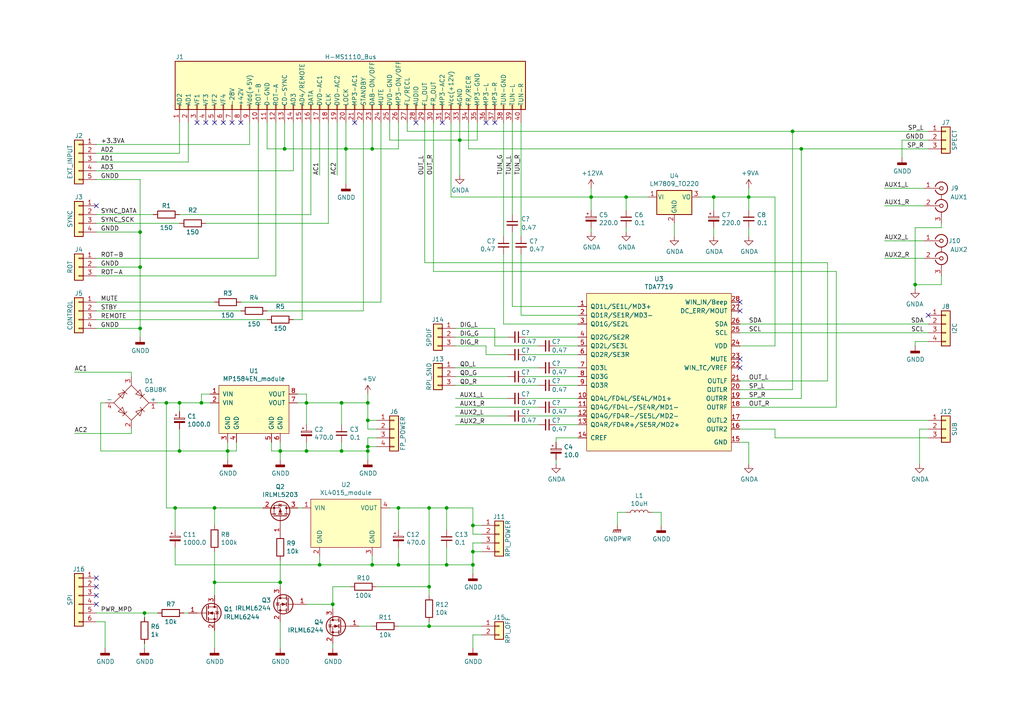
<source format=kicad_sch>
(kicad_sch (version 20230121) (generator eeschema)
  (paper "A4")
  (junction (at 40.64 77.47))
  (junction (at 40.64 95.25))
  (junction (at 106.68 129.54))
  (junction (at 115.57 147.32))
  (junction (at 50.8 147.32))
  (junction (at 88.9 130.81))
  (junction (at 133.35 40.64))
  (junction (at 40.64 67.31))
  (junction (at 207.01 57.15))
  (junction (at 81.28 130.81))
  (junction (at 124.46 170.18))
  (junction (at 52.07 130.81))
  (junction (at 129.54 163.83))
  (junction (at 171.45 57.15))
  (junction (at 66.04 130.81))
  (junction (at 62.23 147.32))
  (junction (at 107.95 43.18))
  (junction (at 265.43 82.55))
  (junction (at 137.16 163.83))
  (junction (at 137.16 160.02))
  (junction (at 92.71 163.83))
  (junction (at 107.95 163.83))
  (junction (at 99.06 116.84))
  (junction (at 129.54 147.32))
  (junction (at 181.61 57.15))
  (junction (at 124.46 147.32))
  (junction (at 96.52 175.26))
  (junction (at 217.17 57.15))
  (junction (at 41.91 177.8))
  (junction (at 58.42 116.84))
  (junction (at 99.06 130.81))
  (junction (at 106.68 130.81))
  (junction (at 137.16 152.4))
  (junction (at 115.57 163.83))
  (junction (at 48.26 116.84))
  (junction (at 62.23 168.91))
  (junction (at 229.87 38.1))
  (junction (at 88.9 116.84))
  (junction (at 82.55 43.18))
  (junction (at 52.07 116.84))
  (junction (at 124.46 181.61))
  (junction (at 106.68 121.92))
  (junction (at 81.28 168.91))
  (junction (at 232.41 43.18))
  (junction (at 106.68 116.84))
  (junction (at 100.33 43.18))
  (no_connect (at 67.31 35.56))
  (no_connect (at 27.94 175.26))
  (no_connect (at 62.23 35.56))
  (no_connect (at 27.94 170.18))
  (no_connect (at 143.51 35.56))
  (no_connect (at 140.97 35.56))
  (no_connect (at 27.94 172.72))
  (no_connect (at 214.63 90.17))
  (no_connect (at 128.27 35.56))
  (no_connect (at 120.65 35.56))
  (no_connect (at 269.24 91.44))
  (no_connect (at 214.63 104.14))
  (no_connect (at 64.77 35.56))
  (no_connect (at 27.94 59.69))
  (no_connect (at 59.69 35.56))
  (no_connect (at 102.87 35.56))
  (no_connect (at 27.94 167.64))
  (no_connect (at 214.63 87.63))
  (no_connect (at 57.15 35.56))
  (no_connect (at 214.63 106.68))
  (no_connect (at 69.85 35.56))
  (wire (pts (xy 100.33 43.18) (xy 82.55 43.18)))
  (wire (pts (xy 109.22 129.54) (xy 106.68 129.54)))
  (wire (pts (xy 99.06 116.84) (xy 106.68 116.84)))
  (wire (pts (xy 27.94 64.77) (xy 52.07 64.77)))
  (wire (pts (xy 191.77 152.4) (xy 191.77 148.59)))
  (wire (pts (xy 41.91 187.96) (xy 41.91 186.69)))
  (wire (pts (xy 181.61 67.31) (xy 181.61 66.04)))
  (wire (pts (xy 81.28 170.18) (xy 81.28 168.91)))
  (wire (pts (xy 52.07 116.84) (xy 48.26 116.84)))
  (wire (pts (xy 96.52 170.18) (xy 96.52 175.26)))
  (wire (pts (xy 88.9 128.27) (xy 88.9 130.81)))
  (wire (pts (xy 132.08 97.79) (xy 147.32 97.79)))
  (wire (pts (xy 143.51 100.33) (xy 143.51 95.25)))
  (wire (pts (xy 106.68 114.3) (xy 106.68 116.84)))
  (wire (pts (xy 129.54 147.32) (xy 129.54 153.67)))
  (wire (pts (xy 41.91 177.8) (xy 41.91 179.07)))
  (wire (pts (xy 140.97 102.87) (xy 147.32 102.87)))
  (wire (pts (xy 267.97 59.69) (xy 256.54 59.69)))
  (wire (pts (xy 161.29 106.68) (xy 167.64 106.68)))
  (wire (pts (xy 30.48 180.34) (xy 27.94 180.34)))
  (wire (pts (xy 129.54 163.83) (xy 137.16 163.83)))
  (wire (pts (xy 267.97 74.93) (xy 256.54 74.93)))
  (wire (pts (xy 214.63 110.49) (xy 240.03 110.49)))
  (wire (pts (xy 38.1 124.46) (xy 38.1 125.73)))
  (wire (pts (xy 27.94 46.99) (xy 54.61 46.99)))
  (wire (pts (xy 148.59 35.56) (xy 148.59 62.23)))
  (wire (pts (xy 115.57 147.32) (xy 115.57 153.67)))
  (wire (pts (xy 52.07 62.23) (xy 90.17 62.23)))
  (wire (pts (xy 105.41 35.56) (xy 105.41 90.17)))
  (wire (pts (xy 27.94 49.53) (xy 85.09 49.53)))
  (wire (pts (xy 78.74 128.27) (xy 78.74 130.81)))
  (wire (pts (xy 132.08 106.68) (xy 156.21 106.68)))
  (wire (pts (xy 214.63 118.11) (xy 242.57 118.11)))
  (wire (pts (xy 151.13 91.44) (xy 167.64 91.44)))
  (wire (pts (xy 62.23 168.91) (xy 62.23 160.02)))
  (wire (pts (xy 74.93 74.93) (xy 74.93 35.56)))
  (wire (pts (xy 152.4 102.87) (xy 167.64 102.87)))
  (wire (pts (xy 86.36 114.3) (xy 88.9 114.3)))
  (wire (pts (xy 273.05 66.04) (xy 265.43 66.04)))
  (wire (pts (xy 27.94 80.01) (xy 80.01 80.01)))
  (wire (pts (xy 68.58 130.81) (xy 66.04 130.81)))
  (wire (pts (xy 106.68 116.84) (xy 106.68 121.92)))
  (wire (pts (xy 106.68 127) (xy 106.68 129.54)))
  (wire (pts (xy 207.01 60.96) (xy 207.01 57.15)))
  (wire (pts (xy 97.79 35.56) (xy 97.79 50.8)))
  (wire (pts (xy 106.68 129.54) (xy 106.68 130.81)))
  (wire (pts (xy 48.26 147.32) (xy 50.8 147.32)))
  (wire (pts (xy 72.39 41.91) (xy 27.94 41.91)))
  (wire (pts (xy 139.7 152.4) (xy 137.16 152.4)))
  (wire (pts (xy 242.57 78.74) (xy 125.73 78.74)))
  (wire (pts (xy 27.94 52.07) (xy 40.64 52.07)))
  (wire (pts (xy 217.17 128.27) (xy 214.63 128.27)))
  (wire (pts (xy 124.46 147.32) (xy 129.54 147.32)))
  (wire (pts (xy 214.63 121.92) (xy 269.24 121.92)))
  (wire (pts (xy 138.43 40.64) (xy 138.43 35.56)))
  (wire (pts (xy 113.03 40.64) (xy 113.03 35.56)))
  (wire (pts (xy 107.95 181.61) (xy 104.14 181.61)))
  (wire (pts (xy 88.9 130.81) (xy 99.06 130.81)))
  (wire (pts (xy 214.63 100.33) (xy 224.79 100.33)))
  (wire (pts (xy 161.29 134.62) (xy 161.29 133.35)))
  (wire (pts (xy 151.13 35.56) (xy 151.13 68.58)))
  (wire (pts (xy 152.4 115.57) (xy 167.64 115.57)))
  (wire (pts (xy 224.79 57.15) (xy 224.79 100.33)))
  (wire (pts (xy 217.17 68.58) (xy 217.17 66.04)))
  (wire (pts (xy 129.54 158.75) (xy 129.54 163.83)))
  (wire (pts (xy 191.77 148.59) (xy 189.23 148.59)))
  (wire (pts (xy 113.03 147.32) (xy 115.57 147.32)))
  (wire (pts (xy 40.64 67.31) (xy 40.64 52.07)))
  (wire (pts (xy 101.6 170.18) (xy 96.52 170.18)))
  (wire (pts (xy 224.79 124.46) (xy 214.63 124.46)))
  (wire (pts (xy 66.04 128.27) (xy 66.04 130.81)))
  (wire (pts (xy 181.61 57.15) (xy 187.96 57.15)))
  (wire (pts (xy 60.96 114.3) (xy 58.42 114.3)))
  (wire (pts (xy 106.68 124.46) (xy 106.68 121.92)))
  (wire (pts (xy 27.94 177.8) (xy 41.91 177.8)))
  (wire (pts (xy 132.08 120.65) (xy 147.32 120.65)))
  (wire (pts (xy 171.45 57.15) (xy 181.61 57.15)))
  (wire (pts (xy 107.95 163.83) (xy 107.95 161.29)))
  (wire (pts (xy 273.05 82.55) (xy 273.05 80.01)))
  (wire (pts (xy 132.08 115.57) (xy 147.32 115.57)))
  (wire (pts (xy 40.64 95.25) (xy 40.64 97.79)))
  (wire (pts (xy 92.71 161.29) (xy 92.71 163.83)))
  (wire (pts (xy 151.13 73.66) (xy 151.13 91.44)))
  (wire (pts (xy 143.51 95.25) (xy 132.08 95.25)))
  (wire (pts (xy 27.94 92.71) (xy 77.47 92.71)))
  (wire (pts (xy 240.03 76.2) (xy 240.03 110.49)))
  (wire (pts (xy 87.63 35.56) (xy 87.63 92.71)))
  (wire (pts (xy 161.29 111.76) (xy 167.64 111.76)))
  (wire (pts (xy 92.71 163.83) (xy 107.95 163.83)))
  (wire (pts (xy 27.94 74.93) (xy 74.93 74.93)))
  (wire (pts (xy 181.61 60.96) (xy 181.61 57.15)))
  (wire (pts (xy 214.63 113.03) (xy 229.87 113.03)))
  (wire (pts (xy 137.16 160.02) (xy 137.16 163.83)))
  (wire (pts (xy 40.64 77.47) (xy 40.64 95.25)))
  (wire (pts (xy 267.97 54.61) (xy 256.54 54.61)))
  (wire (pts (xy 269.24 127) (xy 224.79 127)))
  (wire (pts (xy 87.63 147.32) (xy 86.36 147.32)))
  (wire (pts (xy 50.8 158.75) (xy 50.8 163.83)))
  (wire (pts (xy 54.61 46.99) (xy 54.61 35.56)))
  (wire (pts (xy 50.8 153.67) (xy 50.8 147.32)))
  (wire (pts (xy 265.43 66.04) (xy 265.43 82.55)))
  (wire (pts (xy 133.35 50.8) (xy 133.35 40.64)))
  (wire (pts (xy 77.47 35.56) (xy 77.47 43.18)))
  (wire (pts (xy 217.17 54.61) (xy 217.17 57.15)))
  (wire (pts (xy 171.45 60.96) (xy 171.45 57.15)))
  (wire (pts (xy 107.95 43.18) (xy 100.33 43.18)))
  (wire (pts (xy 109.22 121.92) (xy 106.68 121.92)))
  (wire (pts (xy 265.43 82.55) (xy 273.05 82.55)))
  (wire (pts (xy 132.08 118.11) (xy 156.21 118.11)))
  (wire (pts (xy 124.46 172.72) (xy 124.46 170.18)))
  (wire (pts (xy 52.07 119.38) (xy 52.07 116.84)))
  (wire (pts (xy 59.69 64.77) (xy 95.25 64.77)))
  (wire (pts (xy 214.63 96.52) (xy 269.24 96.52)))
  (wire (pts (xy 214.63 93.98) (xy 269.24 93.98)))
  (wire (pts (xy 148.59 88.9) (xy 167.64 88.9)))
  (wire (pts (xy 137.16 154.94) (xy 137.16 152.4)))
  (wire (pts (xy 88.9 116.84) (xy 88.9 123.19)))
  (wire (pts (xy 29.21 116.84) (xy 29.21 130.81)))
  (wire (pts (xy 146.05 35.56) (xy 146.05 68.58)))
  (wire (pts (xy 77.47 90.17) (xy 105.41 90.17)))
  (wire (pts (xy 85.09 92.71) (xy 87.63 92.71)))
  (wire (pts (xy 96.52 175.26) (xy 88.9 175.26)))
  (wire (pts (xy 100.33 53.34) (xy 100.33 43.18)))
  (wire (pts (xy 30.48 180.34) (xy 30.48 187.96)))
  (wire (pts (xy 27.94 95.25) (xy 40.64 95.25)))
  (wire (pts (xy 58.42 114.3) (xy 58.42 116.84)))
  (wire (pts (xy 99.06 128.27) (xy 99.06 130.81)))
  (wire (pts (xy 132.08 111.76) (xy 156.21 111.76)))
  (wire (pts (xy 146.05 93.98) (xy 167.64 93.98)))
  (wire (pts (xy 27.94 62.23) (xy 44.45 62.23)))
  (wire (pts (xy 95.25 64.77) (xy 95.25 35.56)))
  (wire (pts (xy 161.29 123.19) (xy 167.64 123.19)))
  (wire (pts (xy 52.07 116.84) (xy 58.42 116.84)))
  (wire (pts (xy 152.4 109.22) (xy 167.64 109.22)))
  (wire (pts (xy 217.17 57.15) (xy 207.01 57.15)))
  (wire (pts (xy 81.28 187.96) (xy 81.28 180.34)))
  (wire (pts (xy 167.64 127) (xy 161.29 127)))
  (wire (pts (xy 130.81 35.56) (xy 130.81 57.15)))
  (wire (pts (xy 242.57 118.11) (xy 242.57 78.74)))
  (wire (pts (xy 161.29 118.11) (xy 167.64 118.11)))
  (wire (pts (xy 138.43 40.64) (xy 133.35 40.64)))
  (wire (pts (xy 115.57 35.56) (xy 115.57 43.18)))
  (wire (pts (xy 265.43 99.06) (xy 265.43 100.33)))
  (wire (pts (xy 50.8 147.32) (xy 62.23 147.32)))
  (wire (pts (xy 269.24 40.64) (xy 261.62 40.64)))
  (wire (pts (xy 118.11 38.1) (xy 229.87 38.1)))
  (wire (pts (xy 80.01 80.01) (xy 80.01 35.56)))
  (wire (pts (xy 139.7 154.94) (xy 137.16 154.94)))
  (wire (pts (xy 100.33 35.56) (xy 100.33 43.18)))
  (wire (pts (xy 132.08 123.19) (xy 156.21 123.19)))
  (wire (pts (xy 62.23 187.96) (xy 62.23 182.88)))
  (wire (pts (xy 96.52 187.96) (xy 96.52 186.69)))
  (wire (pts (xy 62.23 152.4) (xy 62.23 147.32)))
  (wire (pts (xy 72.39 35.56) (xy 72.39 41.91)))
  (wire (pts (xy 124.46 181.61) (xy 124.46 180.34)))
  (wire (pts (xy 38.1 109.22) (xy 38.1 107.95)))
  (wire (pts (xy 76.2 147.32) (xy 62.23 147.32)))
  (wire (pts (xy 125.73 35.56) (xy 125.73 78.74)))
  (wire (pts (xy 52.07 44.45) (xy 52.07 35.56)))
  (wire (pts (xy 171.45 67.31) (xy 171.45 66.04)))
  (wire (pts (xy 217.17 57.15) (xy 217.17 60.96)))
  (wire (pts (xy 50.8 163.83) (xy 92.71 163.83)))
  (wire (pts (xy 167.64 100.33) (xy 161.29 100.33)))
  (wire (pts (xy 179.07 148.59) (xy 179.07 152.4)))
  (wire (pts (xy 53.34 177.8) (xy 54.61 177.8)))
  (wire (pts (xy 81.28 130.81) (xy 81.28 128.27)))
  (wire (pts (xy 29.21 116.84) (xy 30.48 116.84)))
  (wire (pts (xy 81.28 168.91) (xy 62.23 168.91)))
  (wire (pts (xy 266.7 124.46) (xy 266.7 134.62)))
  (wire (pts (xy 269.24 99.06) (xy 265.43 99.06)))
  (wire (pts (xy 267.97 69.85) (xy 256.54 69.85)))
  (wire (pts (xy 88.9 116.84) (xy 99.06 116.84)))
  (wire (pts (xy 88.9 114.3) (xy 88.9 116.84)))
  (wire (pts (xy 106.68 130.81) (xy 106.68 133.35)))
  (wire (pts (xy 69.85 87.63) (xy 110.49 87.63)))
  (wire (pts (xy 224.79 127) (xy 224.79 124.46)))
  (wire (pts (xy 224.79 57.15) (xy 217.17 57.15)))
  (wire (pts (xy 107.95 163.83) (xy 115.57 163.83)))
  (wire (pts (xy 115.57 43.18) (xy 107.95 43.18)))
  (wire (pts (xy 152.4 97.79) (xy 167.64 97.79)))
  (wire (pts (xy 261.62 40.64) (xy 261.62 45.72)))
  (wire (pts (xy 99.06 130.81) (xy 106.68 130.81)))
  (wire (pts (xy 148.59 67.31) (xy 148.59 88.9)))
  (wire (pts (xy 123.19 35.56) (xy 123.19 76.2)))
  (wire (pts (xy 214.63 115.57) (xy 232.41 115.57)))
  (wire (pts (xy 132.08 100.33) (xy 140.97 100.33)))
  (wire (pts (xy 229.87 38.1) (xy 269.24 38.1)))
  (wire (pts (xy 68.58 128.27) (xy 68.58 130.81)))
  (wire (pts (xy 152.4 120.65) (xy 167.64 120.65)))
  (wire (pts (xy 135.89 43.18) (xy 135.89 35.56)))
  (wire (pts (xy 273.05 66.04) (xy 273.05 64.77)))
  (wire (pts (xy 207.01 57.15) (xy 203.2 57.15)))
  (wire (pts (xy 109.22 170.18) (xy 124.46 170.18)))
  (wire (pts (xy 269.24 124.46) (xy 266.7 124.46)))
  (wire (pts (xy 171.45 54.61) (xy 171.45 57.15)))
  (wire (pts (xy 207.01 66.04) (xy 207.01 68.58)))
  (wire (pts (xy 92.71 35.56) (xy 92.71 50.8)))
  (wire (pts (xy 181.61 148.59) (xy 179.07 148.59)))
  (wire (pts (xy 82.55 35.56) (xy 82.55 43.18)))
  (wire (pts (xy 124.46 170.18) (xy 124.46 147.32)))
  (wire (pts (xy 99.06 116.84) (xy 99.06 123.19)))
  (wire (pts (xy 45.72 177.8) (xy 41.91 177.8)))
  (wire (pts (xy 81.28 162.56) (xy 81.28 168.91)))
  (wire (pts (xy 27.94 44.45) (xy 52.07 44.45)))
  (wire (pts (xy 140.97 100.33) (xy 140.97 102.87)))
  (wire (pts (xy 96.52 176.53) (xy 96.52 175.26)))
  (wire (pts (xy 115.57 181.61) (xy 124.46 181.61)))
  (wire (pts (xy 232.41 115.57) (xy 232.41 43.18)))
  (wire (pts (xy 66.04 133.35) (xy 66.04 130.81)))
  (wire (pts (xy 62.23 168.91) (xy 62.23 172.72)))
  (wire (pts (xy 85.09 49.53) (xy 85.09 35.56)))
  (wire (pts (xy 38.1 125.73) (xy 21.59 125.73)))
  (wire (pts (xy 58.42 116.84) (xy 60.96 116.84)))
  (wire (pts (xy 156.21 100.33) (xy 143.51 100.33)))
  (wire (pts (xy 135.89 43.18) (xy 232.41 43.18)))
  (wire (pts (xy 161.29 127) (xy 161.29 128.27)))
  (wire (pts (xy 139.7 157.48) (xy 137.16 157.48)))
  (wire (pts (xy 90.17 62.23) (xy 90.17 35.56)))
  (wire (pts (xy 81.28 130.81) (xy 88.9 130.81)))
  (wire (pts (xy 78.74 130.81) (xy 81.28 130.81)))
  (wire (pts (xy 115.57 163.83) (xy 129.54 163.83)))
  (wire (pts (xy 107.95 35.56) (xy 107.95 43.18)))
  (wire (pts (xy 38.1 107.95) (xy 21.59 107.95)))
  (wire (pts (xy 146.05 73.66) (xy 146.05 93.98)))
  (wire (pts (xy 115.57 158.75) (xy 115.57 163.83)))
  (wire (pts (xy 265.43 83.82) (xy 265.43 82.55)))
  (wire (pts (xy 48.26 116.84) (xy 45.72 116.84)))
  (wire (pts (xy 52.07 130.81) (xy 66.04 130.81)))
  (wire (pts (xy 110.49 35.56) (xy 110.49 87.63)))
  (wire (pts (xy 132.08 109.22) (xy 147.32 109.22)))
  (wire (pts (xy 82.55 43.18) (xy 77.47 43.18)))
  (wire (pts (xy 27.94 77.47) (xy 40.64 77.47)))
  (wire (pts (xy 81.28 133.35) (xy 81.28 130.81)))
  (wire (pts (xy 133.35 40.64) (xy 113.03 40.64)))
  (wire (pts (xy 27.94 87.63) (xy 62.23 87.63)))
  (wire (pts (xy 48.26 116.84) (xy 48.26 147.32)))
  (wire (pts (xy 229.87 113.03) (xy 229.87 38.1)))
  (wire (pts (xy 232.41 43.18) (xy 269.24 43.18)))
  (wire (pts (xy 130.81 57.15) (xy 171.45 57.15)))
  (wire (pts (xy 123.19 76.2) (xy 240.03 76.2)))
  (wire (pts (xy 217.17 134.62) (xy 217.17 128.27)))
  (wire (pts (xy 195.58 68.58) (xy 195.58 64.77)))
  (wire (pts (xy 137.16 147.32) (xy 137.16 152.4)))
  (wire (pts (xy 86.36 116.84) (xy 88.9 116.84)))
  (wire (pts (xy 109.22 124.46) (xy 106.68 124.46)))
  (wire (pts (xy 27.94 90.17) (xy 69.85 90.17)))
  (wire (pts (xy 139.7 181.61) (xy 124.46 181.61)))
  (wire (pts (xy 137.16 163.83) (xy 137.16 166.37)))
  (wire (pts (xy 133.35 40.64) (xy 133.35 35.56)))
  (wire (pts (xy 109.22 127) (xy 106.68 127)))
  (wire (pts (xy 129.54 147.32) (xy 137.16 147.32)))
  (wire (pts (xy 40.64 67.31) (xy 40.64 77.47)))
  (wire (pts (xy 137.16 187.96) (xy 137.16 184.15)))
  (wire (pts (xy 139.7 160.02) (xy 137.16 160.02)))
  (wire (pts (xy 115.57 147.32) (xy 124.46 147.32)))
  (wire (pts (xy 137.16 157.48) (xy 137.16 160.02)))
  (wire (pts (xy 118.11 38.1) (xy 118.11 35.56)))
  (wire (pts (xy 29.21 130.81) (xy 52.07 130.81)))
  (wire (pts (xy 52.07 124.46) (xy 52.07 130.81)))
  (wire (pts (xy 40.64 67.31) (xy 27.94 67.31)))
  (wire (pts (xy 137.16 184.15) (xy 139.7 184.15)))
  (label "QD_R" (at 133.35 111.76 0))
  (label "OUT_L" (at 123.19 50.8 90))
  (label "QD_G" (at 133.35 109.22 0))
  (label "SYNC_SCK" (at 29.21 64.77 0))
  (label "AUX1_L" (at 256.54 54.61 0))
  (label "AC1" (at 21.59 107.95 0))
  (label "SP_R" (at 267.97 43.18 180))
  (label "SCL" (at 217.17 96.52 0))
  (label "OUT_R" (at 125.73 50.8 90))
  (label "TUN_L" (at 148.59 50.8 90))
  (label "AUX2_L" (at 256.54 69.85 0))
  (label "REMOTE" (at 29.21 92.71 0))
  (label "ROT-B" (at 29.21 74.93 0))
  (label "AC1" (at 92.71 50.8 90))
  (label "SP_L" (at 267.97 38.1 180))
  (label "DIG_G" (at 133.35 97.79 0))
  (label "TUN_R" (at 151.13 50.8 90))
  (label "AUX2_R" (at 133.35 123.19 0))
  (label "TUN_G" (at 146.05 50.8 90))
  (label "STBY" (at 29.21 90.17 0))
  (label "OUT_L" (at 217.17 110.49 0))
  (label "PWR_MPD" (at 29.21 177.8 0))
  (label "SCL" (at 267.97 96.52 180))
  (label "QD_L" (at 133.35 106.68 0))
  (label "AD2" (at 29.21 44.45 0))
  (label "AUX1_R" (at 133.35 118.11 0))
  (label "GNDD" (at 29.21 77.47 0))
  (label "SDA" (at 267.97 93.98 180))
  (label "SYNC_DATA" (at 29.21 62.23 0))
  (label "AD1" (at 29.21 46.99 0))
  (label "SDA" (at 217.17 93.98 0))
  (label "GNDD" (at 29.21 52.07 0))
  (label "DIG_L" (at 133.35 95.25 0))
  (label "+3.3VA" (at 29.21 41.91 0))
  (label "OUT_R" (at 217.17 118.11 0))
  (label "AD3" (at 29.21 49.53 0))
  (label "AC2" (at 21.59 125.73 0))
  (label "AUX2_R" (at 256.54 74.93 0))
  (label "AUX1_R" (at 256.54 59.69 0))
  (label "GNDD" (at 29.21 67.31 0))
  (label "AUX1_L" (at 133.35 115.57 0))
  (label "GNDD" (at 267.97 40.64 180))
  (label "SP_R" (at 217.17 115.57 0))
  (label "MUTE" (at 29.21 87.63 0))
  (label "SP_L" (at 217.17 113.03 0))
  (label "DIG_R" (at 133.35 100.33 0))
  (label "AUX2_L" (at 133.35 120.65 0))
  (label "ROT-A" (at 29.21 80.01 0))
  (label "GNDD" (at 29.21 95.25 0))
  (label "AC2" (at 97.79 50.8 90))
  (symbol (lib_id "Connector_Generic:Conn_01x04") (at 274.32 93.98 0) (unit 1)
    (property "Reference" "J8" (at 274.32 88.9 0))
    (property "Value" "I2C" (at 276.86 95.25 90))
    (property "Footprint" "Connector_JST:JST_EH_B4B-EH-A_1x04_P2.50mm_Vertical" (effects hide))
  )
  (symbol (lib_id "power:GNDD") (at 265.43 100.33 0) (unit 1)
    (property "Reference" "#PWR0101" (effects hide))
    (property "Value" "GNDD" (at 265.5316 104.267 0))
  )
  (symbol (lib_id "h-ms1110:TDA7719") (at 191.77 109.22 0) (unit 1)
    (property "Reference" "U3" (at 191.135 80.899 0))
    (property "Value" "TDA7719" (at 191.135 83.2104 0))
    (property "Footprint" "Package_SO:TSSOP-28_4.4x9.7mm_P0.65mm" (effects hide))
  )
  (symbol (lib_id "power:GNDA") (at 217.17 134.62 0) (unit 1)
    (property "Reference" "#PWR0102" (effects hide))
    (property "Value" "GNDA" (at 217.297 139.0142 0))
  )
  (symbol (lib_id "Connector_Generic:Conn_01x05") (at 22.86 46.99 0) (mirror y) (unit 1)
    (property "Reference" "J2" (at 22.86 39.37 0))
    (property "Value" "EXT_INPUT" (at 20.32 46.99 90))
    (property "Footprint" "Connector_JST:JST_EH_B5B-EH-A_1x05_P2.50mm_Vertical" (effects hide))
  )
  (symbol (lib_id "Connector_Generic:Conn_01x04") (at 22.86 62.23 0) (mirror y) (unit 1)
    (property "Reference" "J3" (at 22.86 57.15 0))
    (property "Value" "SYNC" (at 20.32 63.5 90))
    (property "Footprint" "Connector_JST:JST_EH_B4B-EH-A_1x04_P2.50mm_Vertical" (effects hide))
  )
  (symbol (lib_id "power:GNDD") (at 40.64 97.79 0) (unit 1)
    (property "Reference" "#PWR0103" (effects hide))
    (property "Value" "GNDD" (at 40.7416 101.727 0))
  )
  (symbol (lib_id "h-ms1110:H-MS1110_Bus_connector") (at 100.33 25.4 90) (unit 1)
    (property "Reference" "J1" (at 53.34 16.51 90) (effects (justify left)))
    (property "Value" "H-MS1110_Bus" (at 109.22 16.51 90) (effects (justify left)))
    (property "Footprint" "Connector_IDC:IDC-Header_2x20_P2.54mm_Horizontal" (effects hide))
  )
  (symbol (lib_id "Connector_Generic:Conn_01x03") (at 22.86 77.47 0) (mirror y) (unit 1)
    (property "Reference" "J4" (at 22.86 72.39 0))
    (property "Value" "ROT" (at 20.32 77.47 90))
    (property "Footprint" "Connector_JST:JST_EH_B3B-EH-A_1x03_P2.50mm_Vertical" (effects hide))
  )
  (symbol (lib_id "Connector_Generic:Conn_01x04") (at 22.86 90.17 0) (mirror y) (unit 1)
    (property "Reference" "J5" (at 22.86 85.09 0))
    (property "Value" "CONTROL" (at 20.32 91.44 90))
    (property "Footprint" "Connector_JST:JST_EH_B4B-EH-A_1x04_P2.50mm_Vertical" (effects hide))
  )
  (symbol (lib_id "Connector_Generic:Conn_01x03") (at 274.32 40.64 0) (unit 1)
    (property "Reference" "J7" (at 274.32 35.56 0))
    (property "Value" "SPECT" (at 276.86 40.64 90))
    (property "Footprint" "Connector_JST:JST_EH_B3B-EH-A_1x03_P2.50mm_Vertical" (effects hide))
  )
  (symbol (lib_id "power:GNDD") (at 261.62 45.72 0) (unit 1)
    (property "Reference" "#PWR0104" (effects hide))
    (property "Value" "GNDD" (at 261.7216 49.657 0))
  )
  (symbol (lib_id "power:GNDA") (at 195.58 68.58 0) (unit 1)
    (property "Reference" "#PWR0105" (effects hide))
    (property "Value" "GNDA" (at 195.707 72.9742 0))
  )
  (symbol (lib_id "Connector_Generic:Conn_01x04") (at 114.3 124.46 0) (unit 1)
    (property "Reference" "J6" (at 114.3 119.38 0))
    (property "Value" "FP_POWER" (at 116.84 125.73 90))
    (property "Footprint" "Connector_JST:JST_EH_B4B-EH-A_1x04_P2.50mm_Vertical" (effects hide))
  )
  (symbol (lib_id "power:+5V") (at 106.68 114.3 0) (unit 1)
    (property "Reference" "#PWR0106" (effects hide))
    (property "Value" "+5V" (at 107.061 109.9058 0))
  )
  (symbol (lib_id "power:GNDD") (at 106.68 133.35 0) (unit 1)
    (property "Reference" "#PWR0107" (effects hide))
    (property "Value" "GNDD" (at 106.7816 137.287 0))
  )
  (symbol (lib_id "Diode_Bridge:GBU8K") (at 38.1 116.84 0) (unit 1)
    (property "Reference" "D1" (at 41.91 110.49 0) (effects (justify left)))
    (property "Value" "GBU8K" (at 41.91 113.03 0) (effects (justify left)))
    (property "Footprint" "Diode_THT:Diode_Bridge_Vishay_GBU" (effects hide))
    (property "Datasheet" "http://www.vishay.com/docs/88656/gbu8a.pdf" (effects hide))
  )
  (symbol (lib_id "Device:C_Polarized_Small") (at 52.07 121.92 0) (unit 1)
    (property "Reference" "C1" (at 54.3052 120.7516 0) (effects (justify left)))
    (property "Value" "1000.0" (at 54.3052 123.063 0) (effects (justify left)))
    (property "Footprint" "Capacitor_THT:CP_Radial_D10.0mm_P5.00mm_P7.50mm" (effects hide))
  )
  (symbol (lib_id "Device:C_Polarized_Small") (at 88.9 125.73 0) (unit 1)
    (property "Reference" "C2" (at 91.1352 124.5616 0) (effects (justify left)))
    (property "Value" "470.0" (at 91.1352 126.873 0) (effects (justify left)))
    (property "Footprint" "Capacitor_THT:CP_Radial_D10.0mm_P5.00mm" (effects hide))
  )
  (symbol (lib_id "Device:C_Small") (at 99.06 125.73 0) (unit 1)
    (property "Reference" "C3" (at 101.3968 124.5616 0) (effects (justify left)))
    (property "Value" "0.1" (at 101.3968 126.873 0) (effects (justify left)))
    (property "Footprint" "Capacitor_THT:C_Rect_L7.0mm_W3.5mm_P5.00mm" (effects hide))
  )
  (symbol (lib_id "power:GNDA") (at 133.35 50.8 0) (unit 1)
    (property "Reference" "#PWR0108" (effects hide))
    (property "Value" "GNDA" (at 133.477 55.1942 0))
  )
  (symbol (lib_id "h-ms1110:MP1584EN_module") (at 73.66 120.65 0) (unit 1)
    (property "Reference" "U1" (at 73.66 107.569 0))
    (property "Value" "MP1584EN_module" (at 73.66 109.8804 0))
    (property "Footprint" "h-ms1110:MP1584EN_module" (effects hide))
  )
  (symbol (lib_id "Device:C_Polarized_Small") (at 171.45 63.5 0) (unit 1)
    (property "Reference" "C5" (at 173.6852 62.3316 0) (effects (justify left)))
    (property "Value" "220.0" (at 173.6852 64.643 0) (effects (justify left)))
    (property "Footprint" "Capacitor_THT:CP_Radial_D10.0mm_P5.00mm" (effects hide))
  )
  (symbol (lib_id "power:GNDA") (at 171.45 67.31 0) (unit 1)
    (property "Reference" "#PWR0109" (effects hide))
    (property "Value" "GNDA" (at 171.577 71.7042 0))
  )
  (symbol (lib_id "Device:C_Small") (at 181.61 63.5 0) (unit 1)
    (property "Reference" "C6" (at 183.9468 62.3316 0) (effects (justify left)))
    (property "Value" "0.1" (at 183.9468 64.643 0) (effects (justify left)))
    (property "Footprint" "Capacitor_THT:C_Rect_L7.0mm_W3.5mm_P5.00mm" (effects hide))
  )
  (symbol (lib_id "power:GNDA") (at 181.61 67.31 0) (unit 1)
    (property "Reference" "#PWR0110" (effects hide))
    (property "Value" "GNDA" (at 181.737 71.7042 0))
  )
  (symbol (lib_id "Device:C_Polarized_Small") (at 207.01 63.5 0) (unit 1)
    (property "Reference" "C7" (at 209.2452 62.3316 0) (effects (justify left)))
    (property "Value" "220.0" (at 209.2452 64.643 0) (effects (justify left)))
    (property "Footprint" "Capacitor_THT:CP_Radial_D10.0mm_P5.00mm" (effects hide))
  )
  (symbol (lib_id "Device:C_Small") (at 217.17 63.5 0) (unit 1)
    (property "Reference" "C8" (at 219.5068 62.3316 0) (effects (justify left)))
    (property "Value" "0.1" (at 219.5068 64.643 0) (effects (justify left)))
    (property "Footprint" "Capacitor_THT:C_Rect_L7.0mm_W3.5mm_P5.00mm" (effects hide))
  )
  (symbol (lib_id "power:GNDA") (at 207.01 68.58 0) (unit 1)
    (property "Reference" "#PWR0111" (effects hide))
    (property "Value" "GNDA" (at 207.137 72.9742 0))
  )
  (symbol (lib_id "power:GNDA") (at 217.17 68.58 0) (unit 1)
    (property "Reference" "#PWR0112" (effects hide))
    (property "Value" "GNDA" (at 217.297 72.9742 0))
  )
  (symbol (lib_id "power:GNDD") (at 66.04 133.35 0) (unit 1)
    (property "Reference" "#PWR0114" (effects hide))
    (property "Value" "GNDD" (at 66.1416 137.287 0))
  )
  (symbol (lib_id "power:GNDD") (at 81.28 133.35 0) (unit 1)
    (property "Reference" "#PWR0115" (effects hide))
    (property "Value" "GNDD" (at 81.3816 137.287 0))
  )
  (symbol (lib_id "Device:C_Polarized_Small") (at 161.29 130.81 0) (unit 1)
    (property "Reference" "C4" (at 163.5252 129.6416 0) (effects (justify left)))
    (property "Value" "10.0" (at 163.5252 131.953 0) (effects (justify left)))
    (property "Footprint" "Capacitor_THT:CP_Radial_D5.0mm_P2.50mm" (effects hide))
  )
  (symbol (lib_id "power:GNDA") (at 161.29 134.62 0) (unit 1)
    (property "Reference" "#PWR0113" (effects hide))
    (property "Value" "GNDA" (at 161.417 139.0142 0))
  )
  (symbol (lib_id "Connector:Conn_Coaxial_x2") (at 273.05 57.15 0) (unit 1)
    (property "Reference" "J9" (at 276.86 54.61 0))
    (property "Value" "AUX1" (at 278.13 57.15 0))
    (property "Datasheet" " ~" (effects hide))
  )
  (symbol (lib_id "Connector:Conn_Coaxial_x2") (at 273.05 72.39 0) (unit 1)
    (property "Reference" "J10" (at 276.86 69.85 0))
    (property "Value" "AUX2" (at 278.13 72.39 0))
    (property "Datasheet" " ~" (effects hide))
  )
  (symbol (lib_id "power:GNDA") (at 265.43 83.82 0) (mirror y) (unit 1)
    (property "Reference" "#PWR02" (effects hide))
    (property "Value" "GNDA" (at 265.303 88.2142 0))
  )
  (symbol (lib_id "power:+12VA") (at 171.45 54.61 0) (unit 1)
    (property "Reference" "#PWR07" (effects hide))
    (property "Value" "+12VA" (at 171.831 50.2158 0))
  )
  (symbol (lib_id "power:+9VA") (at 217.17 54.61 0) (unit 1)
    (property "Reference" "#PWR08" (effects hide))
    (property "Value" "+9VA" (at 217.551 50.2158 0))
  )
  (symbol (lib_id "Regulator_Linear:LM7809_TO220") (at 195.58 57.15 0) (unit 1)
    (property "Reference" "U4" (at 195.58 51.0032 0))
    (property "Value" "LM7809_TO220" (at 195.58 53.3146 0))
    (property "Footprint" "Package_TO_SOT_THT:TO-220-3_Vertical" (effects hide))
    (property "Datasheet" "https://www.onsemi.cn/PowerSolutions/document/MC7800-D.PDF" (effects hide))
  )
  (symbol (lib_id "Connector_Generic:Conn_01x03") (at 274.32 124.46 0) (unit 1)
    (property "Reference" "J12" (at 274.32 119.38 0))
    (property "Value" "SUB" (at 276.86 124.46 90))
    (property "Footprint" "Connector_JST:JST_EH_B3B-EH-A_1x03_P2.50mm_Vertical" (effects hide))
  )
  (symbol (lib_id "Connector_Generic:Conn_01x04") (at 144.78 154.94 0) (unit 1)
    (property "Reference" "J11" (at 144.78 149.86 0))
    (property "Value" "RPI_POWER" (at 147.32 156.21 90))
    (property "Footprint" "Connector_JST:JST_EH_B4B-EH-A_1x04_P2.50mm_Vertical" (effects hide))
  )
  (symbol (lib_id "Device:C_Polarized_Small") (at 50.8 156.21 0) (unit 1)
    (property "Reference" "C11" (at 53.0352 155.0416 0) (effects (justify left)))
    (property "Value" "1000.0" (at 53.0352 157.353 0) (effects (justify left)))
    (property "Footprint" "Capacitor_THT:CP_Radial_D10.0mm_P5.00mm_P7.50mm" (effects hide))
  )
  (symbol (lib_id "Device:C_Polarized_Small") (at 115.57 156.21 0) (unit 1)
    (property "Reference" "C12" (at 117.8052 155.0416 0) (effects (justify left)))
    (property "Value" "470.0" (at 117.8052 157.353 0) (effects (justify left)))
    (property "Footprint" "Capacitor_THT:CP_Radial_D10.0mm_P5.00mm" (effects hide))
  )
  (symbol (lib_id "Device:C_Small") (at 129.54 156.21 0) (unit 1)
    (property "Reference" "C13" (at 131.8768 155.0416 0) (effects (justify left)))
    (property "Value" "0.1" (at 131.8768 157.353 0) (effects (justify left)))
    (property "Footprint" "Capacitor_THT:C_Rect_L7.0mm_W3.5mm_P5.00mm" (effects hide))
  )
  (symbol (lib_id "power:GNDA") (at 266.7 134.62 0) (unit 1)
    (property "Reference" "#PWR09" (effects hide))
    (property "Value" "GNDA" (at 266.827 139.0142 0))
  )
  (symbol (lib_id "Device:R") (at 66.04 87.63 270) (unit 1)
    (property "Reference" "R3" (at 66.04 85.09 90))
    (property "Value" "150" (at 66.04 91.44 90))
    (property "Footprint" "Resistor_SMD:R_1206_3216Metric_Pad1.30x1.75mm_HandSolder" (effects hide))
  )
  (symbol (lib_id "Device:R") (at 73.66 90.17 270) (unit 1)
    (property "Reference" "R4" (at 73.66 86.36 90))
    (property "Value" "150" (at 73.66 93.98 90))
    (property "Footprint" "Resistor_SMD:R_1206_3216Metric_Pad1.30x1.75mm_HandSolder" (effects hide))
  )
  (symbol (lib_id "Device:R") (at 81.28 92.71 270) (unit 1)
    (property "Reference" "R5" (at 81.28 88.9 90))
    (property "Value" "150" (at 81.28 95.25 90))
    (property "Footprint" "Resistor_SMD:R_1206_3216Metric_Pad1.30x1.75mm_HandSolder" (effects hide))
  )
  (symbol (lib_id "Device:R") (at 48.26 62.23 270) (unit 1)
    (property "Reference" "R1" (at 48.26 59.69 90))
    (property "Value" "150" (at 48.26 66.04 90))
    (property "Footprint" "Resistor_SMD:R_1206_3216Metric_Pad1.30x1.75mm_HandSolder" (effects hide))
  )
  (symbol (lib_id "Device:R") (at 55.88 64.77 270) (unit 1)
    (property "Reference" "R2" (at 55.88 60.96 90))
    (property "Value" "150" (at 55.88 67.31 90))
    (property "Footprint" "Resistor_SMD:R_1206_3216Metric_Pad1.30x1.75mm_HandSolder" (effects hide))
  )
  (symbol (lib_id "Connector_Generic:Conn_01x03") (at 127 109.22 0) (mirror y) (unit 1)
    (property "Reference" "J13" (at 127 104.14 0))
    (property "Value" "RPI_SND" (at 124.46 109.22 90))
    (property "Footprint" "Connector_JST:JST_EH_B3B-EH-A_1x03_P2.50mm_Vertical" (effects hide))
  )
  (symbol (lib_id "Connector_Generic:Conn_01x03") (at 127 97.79 0) (mirror y) (unit 1)
    (property "Reference" "J14" (at 127 92.71 0))
    (property "Value" "SPDIF" (at 124.46 97.79 90))
    (property "Footprint" "Connector_JST:JST_EH_B3B-EH-A_1x03_P2.50mm_Vertical" (effects hide))
  )
  (symbol (lib_id "h-ms1110:XL4015_module") (at 100.33 153.67 0) (unit 1)
    (property "Reference" "U2" (at 100.33 140.589 0))
    (property "Value" "XL4015_module" (at 100.33 142.9004 0))
  )
  (symbol (lib_id "Transistor_FET:IRLML5203") (at 81.28 149.86 270) (mirror x) (unit 1)
    (property "Reference" "Q2" (at 81.28 141.1732 90))
    (property "Value" "IRLML5203" (at 81.28 143.4846 90))
    (property "Footprint" "Package_TO_SOT_SMD:SOT-23" (effects hide))
    (property "Datasheet" "https://www.infineon.com/dgdl/irlml5203pbf.pdf?fileId=5546d462533600a40153566868da261d" (effects hide))
  )
  (symbol (lib_id "Transistor_FET:IRLML0030") (at 59.69 177.8 0) (unit 1)
    (property "Reference" "Q1" (at 64.8716 176.6316 0) (effects (justify left)))
    (property "Value" "IRLML6244" (at 64.8716 178.943 0) (effects (justify left)))
    (property "Footprint" "Package_TO_SOT_SMD:SOT-23" (effects hide))
    (property "Datasheet" "https://www.infineon.com/dgdl/irlml0030pbf.pdf?fileId=5546d462533600a401535664773825df" (effects hide))
  )
  (symbol (lib_id "Transistor_FET:IRLML0030") (at 83.82 175.26 0) (mirror y) (unit 1)
    (property "Reference" "Q3" (at 78.613 174.0916 0) (effects (justify left)))
    (property "Value" "IRLML6244" (at 78.613 176.403 0) (effects (justify left)))
    (property "Footprint" "Package_TO_SOT_SMD:SOT-23" (effects hide))
    (property "Datasheet" "https://www.infineon.com/dgdl/irlml0030pbf.pdf?fileId=5546d462533600a401535664773825df" (effects hide))
  )
  (symbol (lib_id "Transistor_FET:IRLML0030") (at 99.06 181.61 0) (mirror y) (unit 1)
    (property "Reference" "Q4" (at 93.853 180.4416 0) (effects (justify left)))
    (property "Value" "IRLML6244" (at 93.853 182.753 0) (effects (justify left)))
    (property "Footprint" "Package_TO_SOT_SMD:SOT-23" (effects hide))
    (property "Datasheet" "https://www.infineon.com/dgdl/irlml0030pbf.pdf?fileId=5546d462533600a401535664773825df" (effects hide))
  )
  (symbol (lib_id "Device:R") (at 62.23 156.21 0) (unit 1)
    (property "Reference" "R8" (at 64.008 155.0416 0) (effects (justify left)))
    (property "Value" "100k" (at 64.008 157.353 0) (effects (justify left)))
    (property "Footprint" "Resistor_SMD:R_1206_3216Metric_Pad1.30x1.75mm_HandSolder" (effects hide))
  )
  (symbol (lib_id "Device:R") (at 81.28 158.75 0) (unit 1)
    (property "Reference" "R9" (at 83.058 157.5816 0) (effects (justify left)))
    (property "Value" "10k" (at 83.058 159.893 0) (effects (justify left)))
    (property "Footprint" "Resistor_SMD:R_1206_3216Metric_Pad1.30x1.75mm_HandSolder" (effects hide))
  )
  (symbol (lib_id "Device:R") (at 49.53 177.8 270) (unit 1)
    (property "Reference" "R7" (at 49.53 175.26 90))
    (property "Value" "10k" (at 49.53 180.34 90))
    (property "Footprint" "Resistor_SMD:R_1206_3216Metric_Pad1.30x1.75mm_HandSolder" (effects hide))
  )
  (symbol (lib_id "Device:R") (at 41.91 182.88 0) (unit 1)
    (property "Reference" "R6" (at 43.688 181.7116 0) (effects (justify left)))
    (property "Value" "1k" (at 43.688 184.023 0) (effects (justify left)))
    (property "Footprint" "Resistor_SMD:R_1206_3216Metric_Pad1.30x1.75mm_HandSolder" (effects hide))
  )
  (symbol (lib_id "power:GNDD") (at 41.91 187.96 0) (unit 1)
    (property "Reference" "#PWR01" (effects hide))
    (property "Value" "GNDD" (at 42.0116 191.897 0))
  )
  (symbol (lib_id "power:GNDD") (at 96.52 187.96 0) (unit 1)
    (property "Reference" "#PWR05" (effects hide))
    (property "Value" "GNDD" (at 96.6216 191.897 0))
  )
  (symbol (lib_id "Device:R") (at 105.41 170.18 270) (unit 1)
    (property "Reference" "R10" (at 105.41 167.64 90))
    (property "Value" "100k" (at 105.41 172.72 90))
    (property "Footprint" "Resistor_SMD:R_1206_3216Metric_Pad1.30x1.75mm_HandSolder" (effects hide))
  )
  (symbol (lib_id "power:GNDD") (at 62.23 187.96 0) (unit 1)
    (property "Reference" "#PWR03" (effects hide))
    (property "Value" "GNDD" (at 62.3316 191.897 0))
  )
  (symbol (lib_id "power:GNDD") (at 81.28 187.96 0) (unit 1)
    (property "Reference" "#PWR04" (effects hide))
    (property "Value" "GNDD" (at 81.3816 191.897 0))
  )
  (symbol (lib_id "Device:R") (at 111.76 181.61 270) (unit 1)
    (property "Reference" "R11" (at 111.76 179.07 90))
    (property "Value" "10k" (at 111.76 184.15 90))
    (property "Footprint" "Resistor_SMD:R_1206_3216Metric_Pad1.30x1.75mm_HandSolder" (effects hide))
  )
  (symbol (lib_id "Device:R") (at 124.46 176.53 0) (unit 1)
    (property "Reference" "R12" (at 126.238 175.3616 0) (effects (justify left)))
    (property "Value" "10k" (at 126.238 177.673 0) (effects (justify left)))
    (property "Footprint" "Resistor_SMD:R_1206_3216Metric_Pad1.30x1.75mm_HandSolder" (effects hide))
  )
  (symbol (lib_id "power:GNDD") (at 137.16 166.37 0) (unit 1)
    (property "Reference" "#PWR015" (effects hide))
    (property "Value" "GNDD" (at 137.2616 170.307 0))
  )
  (symbol (lib_id "Device:L") (at 185.42 148.59 90) (unit 1)
    (property "Reference" "L1" (at 185.42 143.764 90))
    (property "Value" "10uH" (at 185.42 146.0754 90))
  )
  (symbol (lib_id "power:GNDD") (at 100.33 53.34 0) (unit 1)
    (property "Reference" "#PWR014" (effects hide))
    (property "Value" "GNDD" (at 100.4316 57.277 0))
  )
  (symbol (lib_id "Connector_Generic:Conn_01x02") (at 144.78 181.61 0) (unit 1)
    (property "Reference" "J15" (at 144.78 179.07 0))
    (property "Value" "RPI_OFF" (at 147.32 186.69 90) (effects (justify left)))
  )
  (symbol (lib_id "power:GNDD") (at 137.16 187.96 0) (unit 1)
    (property "Reference" "#PWR011" (effects hide))
    (property "Value" "GNDD" (at 137.2616 191.897 0))
  )
  (symbol (lib_id "power:GNDPWR") (at 179.07 152.4 0) (unit 1)
    (property "Reference" "#PWR012" (effects hide))
    (property "Value" "GNDPWR" (at 179.1716 156.3116 0))
  )
  (symbol (lib_id "power:GNDD") (at 191.77 152.4 0) (unit 1)
    (property "Reference" "#PWR013" (effects hide))
    (property "Value" "GNDD" (at 191.8716 156.337 0))
  )
  (symbol (lib_id "Connector_Generic:Conn_01x06") (at 22.86 172.72 0) (mirror y) (unit 1)
    (property "Reference" "J16" (at 22.86 165.1 0))
    (property "Value" "SPI" (at 20.32 173.99 90))
  )
  (symbol (lib_id "power:GNDD") (at 30.48 187.96 0) (unit 1)
    (property "Reference" "#PWR06" (effects hide))
    (property "Value" "GNDD" (at 30.5816 191.897 0))
  )
  (symbol (lib_id "Device:C_Small") (at 151.13 71.12 0) (unit 1)
    (property "Reference" "C?" (at 153.4668 69.9516 0) (effects (justify left)))
    (property "Value" "0.47" (at 153.4668 72.263 0) (effects (justify left)))
    (property "Footprint" "Capacitor_THT:C_Rect_L7.0mm_W3.5mm_P5.00mm" (effects hide))
  )
  (symbol (lib_id "Device:C_Small") (at 148.59 64.77 0) (unit 1)
    (property "Reference" "C?" (at 151.13 63.5 0) (effects (justify left)))
    (property "Value" "0.47" (at 151.13 66.04 0) (effects (justify left)))
    (property "Footprint" "Capacitor_THT:C_Rect_L7.0mm_W3.5mm_P5.00mm" (effects hide))
  )
  (symbol (lib_id "Device:C_Small") (at 146.05 71.12 0) (mirror y) (unit 1)
    (property "Reference" "C?" (at 143.7132 69.9516 0) (effects (justify left)))
    (property "Value" "0.47" (at 143.7132 72.263 0) (effects (justify left)))
    (property "Footprint" "Capacitor_THT:C_Rect_L7.0mm_W3.5mm_P5.00mm" (effects hide))
  )
  (symbol (lib_id "Device:C_Small") (at 149.86 97.79 270) (mirror x) (unit 1)
    (property "Reference" "C?" (at 151.13 96.52 90) (effects (justify left)))
    (property "Value" "0.47" (at 151.13 99.06 90) (effects (justify left)))
    (property "Footprint" "Capacitor_THT:C_Rect_L7.0mm_W3.5mm_P5.00mm" (effects hide))
  )
  (symbol (lib_id "Device:C_Small") (at 158.75 100.33 270) (mirror x) (unit 1)
    (property "Reference" "C?" (at 160.02 99.06 90) (effects (justify left)))
    (property "Value" "0.47" (at 160.02 101.6 90) (effects (justify left)))
    (property "Footprint" "Capacitor_THT:C_Rect_L7.0mm_W3.5mm_P5.00mm" (effects hide))
  )
  (symbol (lib_id "Device:C_Small") (at 149.86 102.87 270) (mirror x) (unit 1)
    (property "Reference" "C?" (at 151.13 101.6 90) (effects (justify left)))
    (property "Value" "0.47" (at 151.13 104.14 90) (effects (justify left)))
    (property "Footprint" "Capacitor_THT:C_Rect_L7.0mm_W3.5mm_P5.00mm" (effects hide))
  )
  (symbol (lib_id "Device:C_Small") (at 158.75 106.68 270) (mirror x) (unit 1)
    (property "Reference" "C?" (at 160.02 105.41 90) (effects (justify left)))
    (property "Value" "0.47" (at 160.02 107.95 90) (effects (justify left)))
    (property "Footprint" "Capacitor_THT:C_Rect_L7.0mm_W3.5mm_P5.00mm" (effects hide))
  )
  (symbol (lib_id "Device:C_Small") (at 149.86 109.22 270) (mirror x) (unit 1)
    (property "Reference" "C?" (at 151.13 107.95 90) (effects (justify left)))
    (property "Value" "0.47" (at 151.13 110.49 90) (effects (justify left)))
    (property "Footprint" "Capacitor_THT:C_Rect_L7.0mm_W3.5mm_P5.00mm" (effects hide))
  )
  (symbol (lib_id "Device:C_Small") (at 158.75 111.76 270) (mirror x) (unit 1)
    (property "Reference" "C?" (at 160.02 110.49 90) (effects (justify left)))
    (property "Value" "0.47" (at 160.02 113.03 90) (effects (justify left)))
    (property "Footprint" "Capacitor_THT:C_Rect_L7.0mm_W3.5mm_P5.00mm" (effects hide))
  )
  (symbol (lib_id "Device:C_Small") (at 149.86 115.57 270) (mirror x) (unit 1)
    (property "Reference" "C?" (at 151.13 114.3 90) (effects (justify left)))
    (property "Value" "0.47" (at 151.13 116.84 90) (effects (justify left)))
    (property "Footprint" "Capacitor_THT:C_Rect_L7.0mm_W3.5mm_P5.00mm" (effects hide))
  )
  (symbol (lib_id "Device:C_Small") (at 158.75 118.11 270) (mirror x) (unit 1)
    (property "Reference" "C?" (at 160.02 116.84 90) (effects (justify left)))
    (property "Value" "0.47" (at 160.02 119.38 90) (effects (justify left)))
    (property "Footprint" "Capacitor_THT:C_Rect_L7.0mm_W3.5mm_P5.00mm" (effects hide))
  )
  (symbol (lib_id "Device:C_Small") (at 149.86 120.65 270) (mirror x) (unit 1)
    (property "Reference" "C?" (at 151.13 119.38 90) (effects (justify left)))
    (property "Value" "0.47" (at 151.13 121.92 90) (effects (justify left)))
    (property "Footprint" "Capacitor_THT:C_Rect_L7.0mm_W3.5mm_P5.00mm" (effects hide))
  )
  (symbol (lib_id "Device:C_Small") (at 158.75 123.19 270) (mirror x) (unit 1)
    (property "Reference" "C?" (at 160.02 121.92 90) (effects (justify left)))
    (property "Value" "0.47" (at 160.02 124.46 90) (effects (justify left)))
    (property "Footprint" "Capacitor_THT:C_Rect_L7.0mm_W3.5mm_P5.00mm" (effects hide))
  )
)
</source>
